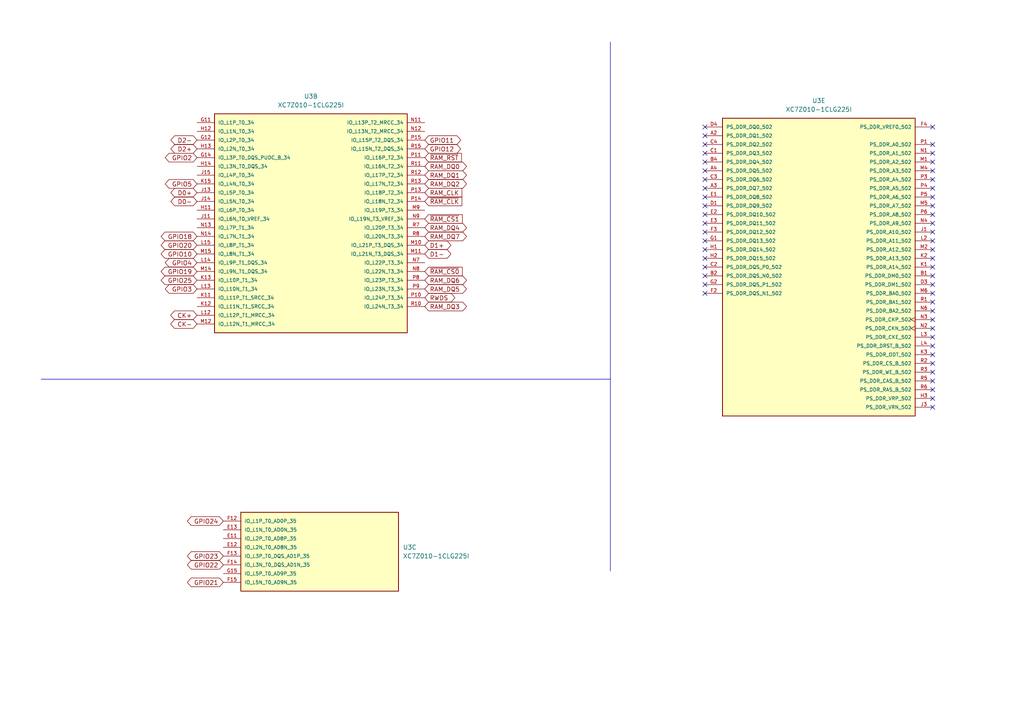
<source format=kicad_sch>
(kicad_sch (version 20231120) (generator "eeschema") (generator_version "8.0")
  (paper "A4")
  (lib_symbols
    (symbol "Personal:XC7Z010-1CLG225I" (pin_names (offset 1.016))
      (property "Reference" "U" (at -25.5456 24.8201 0))
      (property "Value" "XC7Z010-1CLG225I" (at -25.5473 -24.1252 0))
      (symbol "XC7Z010-1CLG225I_1_0"
        (rectangle (start -25.4 -20.32) (end 25.4 22.86) (stroke (width 0.254)) (fill (type background)))
        (pin bidirectional line (at 30.48 7.62 180) (length 5.08) (name "INIT_B_0") (number "D5"))
        (pin power_in line (at 30.48 20.32 180) (length 5.08) (name "VCCBATT_0") (number "E6"))
        (pin passive line (at 30.48 -10.16 180) (length 5.08) (name "RSVDGND") (number "E8"))
        (pin input line (at -30.48 -5.08 0) (length 5.08) (name "CFGBVS_0") (number "F6"))
        (pin power_in line (at 30.48 17.78 180) (length 5.08) (name "VCCADC_0") (number "F7"))
        (pin power_in line (at 30.48 -17.78 180) (length 5.08) (name "GNDADC_0") (number "F8"))
        (pin passive line (at 30.48 -2.54 180) (length 5.08) (name "RSVSVCC1") (number "G4"))
        (pin input line (at -30.48 -7.62 0) (length 5.08) (name "VP_0") (number "G7"))
        (pin power_in line (at 30.48 -15.24 180) (length 5.08) (name "VREFN_0") (number "G8"))
        (pin input clock (at -30.48 10.16 0) (length 5.08) (name "TCK_0") (number "G9"))
        (pin passive line (at 30.48 -7.62 180) (length 5.08) (name "RSVSVCC3") (number "H4"))
        (pin power_in line (at 30.48 15.24 180) (length 5.08) (name "VREFP_0") (number "H7"))
        (pin input line (at -30.48 -10.16 0) (length 5.08) (name "VN_0") (number "H8"))
        (pin passive line (at 30.48 -5.08 180) (length 5.08) (name "RSVSVCC2") (number "J4"))
        (pin output line (at 30.48 2.54 180) (length 5.08) (name "DXP_0") (number "J7"))
        (pin input line (at -30.48 -2.54 0) (length 5.08) (name "PROGRAM_B_0") (number "K6"))
        (pin input line (at -30.48 5.08 0) (length 5.08) (name "TDI_0") (number "L7"))
        (pin output line (at -30.48 2.54 0) (length 5.08) (name "TDO_0") (number "L8"))
        (pin input line (at -30.48 7.62 0) (length 5.08) (name "TMS_0") (number "L9"))
        (pin bidirectional line (at 30.48 10.16 180) (length 5.08) (name "DONE_0") (number "M7"))
      )
      (symbol "XC7Z010-1CLG225I_2_0"
        (rectangle (start -27.94 -30.48) (end 27.94 33.02) (stroke (width 0.254)) (fill (type background)))
        (pin bidirectional line (at -33.02 30.48 0) (length 5.08) (name "IO_L1P_T0_34") (number "G11"))
        (pin bidirectional line (at -33.02 25.4 0) (length 5.08) (name "IO_L2P_T0_34") (number "G12"))
        (pin bidirectional line (at -33.02 20.32 0) (length 5.08) (name "IO_L3P_T0_DQS_PUDC_B_34") (number "G14"))
        (pin bidirectional line (at -33.02 5.08 0) (length 5.08) (name "IO_L6P_T0_34") (number "H11"))
        (pin bidirectional line (at -33.02 27.94 0) (length 5.08) (name "IO_L1N_T0_34") (number "H12"))
        (pin bidirectional line (at -33.02 22.86 0) (length 5.08) (name "IO_L2N_T0_34") (number "H13"))
        (pin bidirectional line (at -33.02 17.78 0) (length 5.08) (name "IO_L3N_T0_DQS_34") (number "H14"))
        (pin bidirectional line (at -33.02 2.54 0) (length 5.08) (name "IO_L6N_T0_VREF_34") (number "J11"))
        (pin bidirectional line (at -33.02 10.16 0) (length 5.08) (name "IO_L5P_T0_34") (number "J13"))
        (pin bidirectional line (at -33.02 7.62 0) (length 5.08) (name "IO_L5N_T0_34") (number "J14"))
        (pin bidirectional line (at -33.02 15.24 0) (length 5.08) (name "IO_L4P_T0_34") (number "J15"))
        (pin bidirectional line (at -33.02 -20.32 0) (length 5.08) (name "IO_L11P_T1_SRCC_34") (number "K11"))
        (pin bidirectional line (at -33.02 -22.86 0) (length 5.08) (name "IO_L11N_T1_SRCC_34") (number "K12"))
        (pin bidirectional line (at -33.02 -15.24 0) (length 5.08) (name "IO_L10P_T1_34") (number "K13"))
        (pin bidirectional line (at -33.02 12.7 0) (length 5.08) (name "IO_L4N_T0_34") (number "K15"))
        (pin bidirectional line (at -33.02 -25.4 0) (length 5.08) (name "IO_L12P_T1_MRCC_34") (number "L12"))
        (pin bidirectional line (at -33.02 -17.78 0) (length 5.08) (name "IO_L10N_T1_34") (number "L13"))
        (pin bidirectional line (at -33.02 -10.16 0) (length 5.08) (name "IO_L9P_T1_DQS_34") (number "L14"))
        (pin bidirectional line (at -33.02 -5.08 0) (length 5.08) (name "IO_L8P_T1_34") (number "L15"))
        (pin bidirectional line (at 33.02 -5.08 180) (length 5.08) (name "IO_L21P_T3_DQS_34") (number "M10"))
        (pin bidirectional line (at 33.02 -7.62 180) (length 5.08) (name "IO_L21N_T3_DQS_34") (number "M11"))
        (pin bidirectional line (at -33.02 -27.94 0) (length 5.08) (name "IO_L12N_T1_MRCC_34") (number "M12"))
        (pin bidirectional line (at -33.02 -12.7 0) (length 5.08) (name "IO_L9N_T1_DQS_34") (number "M14"))
        (pin bidirectional line (at -33.02 -7.62 0) (length 5.08) (name "IO_L8N_T1_34") (number "M15"))
        (pin bidirectional line (at 33.02 5.08 180) (length 5.08) (name "IO_L19P_T3_34") (number "M9"))
        (pin bidirectional line (at 33.02 30.48 180) (length 5.08) (name "IO_L13P_T2_MRCC_34") (number "N11"))
        (pin bidirectional line (at 33.02 27.94 180) (length 5.08) (name "IO_L13N_T2_MRCC_34") (number "N12"))
        (pin bidirectional line (at -33.02 0 0) (length 5.08) (name "IO_L7P_T1_34") (number "N13"))
        (pin bidirectional line (at -33.02 -2.54 0) (length 5.08) (name "IO_L7N_T1_34") (number "N14"))
        (pin bidirectional line (at 33.02 -10.16 180) (length 5.08) (name "IO_L22P_T3_34") (number "N7"))
        (pin bidirectional line (at 33.02 -12.7 180) (length 5.08) (name "IO_L22N_T3_34") (number "N8"))
        (pin bidirectional line (at 33.02 2.54 180) (length 5.08) (name "IO_L19N_T3_VREF_34") (number "N9"))
        (pin bidirectional line (at 33.02 -20.32 180) (length 5.08) (name "IO_L24P_T3_34") (number "P10"))
        (pin bidirectional line (at 33.02 20.32 180) (length 5.08) (name "IO_L16P_T2_34") (number "P11"))
        (pin bidirectional line (at 33.02 10.16 180) (length 5.08) (name "IO_L18P_T2_34") (number "P13"))
        (pin bidirectional line (at 33.02 7.62 180) (length 5.08) (name "IO_L18N_T2_34") (number "P14"))
        (pin bidirectional line (at 33.02 25.4 180) (length 5.08) (name "IO_L15P_T2_DQS_34") (number "P15"))
        (pin bidirectional line (at 33.02 -15.24 180) (length 5.08) (name "IO_L23P_T3_34") (number "P8"))
        (pin bidirectional line (at 33.02 -17.78 180) (length 5.08) (name "IO_L23N_T3_34") (number "P9"))
        (pin bidirectional line (at 33.02 -22.86 180) (length 5.08) (name "IO_L24N_T3_34") (number "R10"))
        (pin bidirectional line (at 33.02 17.78 180) (length 5.08) (name "IO_L16N_T2_34") (number "R11"))
        (pin bidirectional line (at 33.02 15.24 180) (length 5.08) (name "IO_L17P_T2_34") (number "R12"))
        (pin bidirectional line (at 33.02 12.7 180) (length 5.08) (name "IO_L17N_T2_34") (number "R13"))
        (pin bidirectional line (at 33.02 22.86 180) (length 5.08) (name "IO_L15N_T2_DQS_34") (number "R15"))
        (pin bidirectional line (at 33.02 0 180) (length 5.08) (name "IO_L20P_T3_34") (number "R7"))
        (pin bidirectional line (at 33.02 -2.54 180) (length 5.08) (name "IO_L20N_T3_34") (number "R8"))
      )
      (symbol "XC7Z010-1CLG225I_3_0"
        (rectangle (start -22.86 -10.16) (end 22.86 12.7) (stroke (width 0.254)) (fill (type background)))
        (pin bidirectional line (at -27.94 5.08 0) (length 5.08) (name "IO_L2P_T0_AD8P_35") (number "E11"))
        (pin bidirectional line (at -27.94 2.54 0) (length 5.08) (name "IO_L2N_T0_AD8N_35") (number "E12"))
        (pin bidirectional line (at -27.94 7.62 0) (length 5.08) (name "IO_L1N_T0_AD0N_35") (number "E13"))
        (pin bidirectional line (at -27.94 10.16 0) (length 5.08) (name "IO_L1P_T0_AD0P_35") (number "F12"))
        (pin bidirectional line (at -27.94 0 0) (length 5.08) (name "IO_L3P_T0_DQS_AD1P_35") (number "F13"))
        (pin bidirectional line (at -27.94 -2.54 0) (length 5.08) (name "IO_L3N_T0_DQS_AD1N_35") (number "F14"))
        (pin bidirectional line (at -27.94 -7.62 0) (length 5.08) (name "IO_L5N_T0_AD9N_35") (number "F15"))
        (pin bidirectional line (at -27.94 -5.08 0) (length 5.08) (name "IO_L5P_T0_AD9P_35") (number "G15"))
      )
      (symbol "XC7Z010-1CLG225I_4_0"
        (rectangle (start -22.86 -25.4) (end 22.86 25.4) (stroke (width 0.254)) (fill (type background)))
        (pin bidirectional line (at -27.94 0 0) (length 5.08) (name "PS_MIO6_500") (number "A10"))
        (pin bidirectional line (at 27.94 -20.32 180) (length 5.08) (name "PS_MIO52_501") (number "A12"))
        (pin bidirectional line (at 27.94 -10.16 180) (length 5.08) (name "PS_MIO38_501") (number "A13"))
        (pin bidirectional line (at 27.94 -2.54 180) (length 5.08) (name "PS_MIO35_501") (number "A14"))
        (pin bidirectional line (at 27.94 15.24 180) (length 5.08) (name "PS_MIO28_501") (number "A15"))
        (pin bidirectional line (at -27.94 12.7 0) (length 5.08) (name "PS_MIO1_500") (number "A5"))
        (pin bidirectional line (at -27.94 7.62 0) (length 5.08) (name "PS_MIO3_500") (number "A7"))
        (pin bidirectional line (at -27.94 10.16 0) (length 5.08) (name "PS_MIO2_500") (number "A8"))
        (pin bidirectional line (at -27.94 2.54 0) (length 5.08) (name "PS_MIO5_500") (number "A9"))
        (pin bidirectional line (at -27.94 -12.7 0) (length 5.08) (name "PS_MIO11_500") (number "B10"))
        (pin input line (at 27.94 20.32 180) (length 5.08) (name "PS_SRST_B_501") (number "B11"))
        (pin bidirectional line (at 27.94 -15.24 180) (length 5.08) (name "PS_MIO48_501") (number "B12"))
        (pin bidirectional line (at 27.94 -5.08 180) (length 5.08) (name "PS_MIO36_501") (number "B14"))
        (pin bidirectional line (at 27.94 10.16 180) (length 5.08) (name "PS_MIO30_501") (number "B15"))
        (pin bidirectional line (at -27.94 -7.62 0) (length 5.08) (name "PS_MIO9_500") (number "B5"))
        (pin bidirectional line (at -27.94 -5.08 0) (length 5.08) (name "PS_MIO8_500") (number "B6"))
        (pin bidirectional line (at -27.94 -15.24 0) (length 5.08) (name "PS_MIO12_500") (number "B7"))
        (pin bidirectional line (at -27.94 -20.32 0) (length 5.08) (name "PS_MIO14_500") (number "B9"))
        (pin bidirectional line (at 27.94 2.54 180) (length 5.08) (name "PS_MIO33_501") (number "C11"))
        (pin bidirectional line (at 27.94 7.62 180) (length 5.08) (name "PS_MIO31_501") (number "C12"))
        (pin bidirectional line (at 27.94 -22.86 180) (length 5.08) (name "PS_MIO53_501") (number "C13"))
        (pin bidirectional line (at 27.94 -7.62 180) (length 5.08) (name "PS_MIO37_501") (number "C14"))
        (pin bidirectional line (at -27.94 -17.78 0) (length 5.08) (name "PS_MIO13_500") (number "C6"))
        (pin input clock (at -27.94 22.86 0) (length 5.08) (name "PS_CLK_500") (number "C7"))
        (pin bidirectional line (at -27.94 5.08 0) (length 5.08) (name "PS_MIO4_500") (number "C8"))
        (pin input line (at -27.94 20.32 0) (length 5.08) (name "PS_POR_B_500") (number "C9"))
        (pin bidirectional line (at -27.94 -22.86 0) (length 5.08) (name "PS_MIO15_500") (number "D10"))
        (pin bidirectional line (at 27.94 12.7 180) (length 5.08) (name "PS_MIO29_501") (number "D11"))
        (pin bidirectional line (at 27.94 -17.78 180) (length 5.08) (name "PS_MIO49_501") (number "D13"))
        (pin bidirectional line (at 27.94 -12.7 180) (length 5.08) (name "PS_MIO39_501") (number "D14"))
        (pin bidirectional line (at 27.94 0 180) (length 5.08) (name "PS_MIO34_501") (number "D15"))
        (pin bidirectional line (at -27.94 -10.16 0) (length 5.08) (name "PS_MIO10_500") (number "D6"))
        (pin bidirectional line (at -27.94 15.24 0) (length 5.08) (name "PS_MIO0_500") (number "D8"))
        (pin bidirectional line (at -27.94 -2.54 0) (length 5.08) (name "PS_MIO7_500") (number "D9"))
        (pin bidirectional line (at 27.94 5.08 180) (length 5.08) (name "PS_MIO32_501") (number "E15"))
      )
      (symbol "XC7Z010-1CLG225I_5_0"
        (rectangle (start -27.94 -43.18) (end 27.94 43.18) (stroke (width 0.254)) (fill (type background)))
        (pin bidirectional line (at -33.02 38.1 0) (length 5.08) (name "PS_DDR_DQ1_502") (number "A2"))
        (pin bidirectional line (at -33.02 22.86 0) (length 5.08) (name "PS_DDR_DQ7_502") (number "A3"))
        (pin bidirectional line (at -33.02 27.94 0) (length 5.08) (name "PS_DDR_DQ5_502") (number "A4"))
        (pin output line (at 33.02 -2.54 180) (length 5.08) (name "PS_DDR_DM0_502") (number "B1"))
        (pin bidirectional line (at -33.02 -2.54 0) (length 5.08) (name "PS_DDR_DQS_N0_502") (number "B2"))
        (pin bidirectional line (at -33.02 30.48 0) (length 5.08) (name "PS_DDR_DQ4_502") (number "B4"))
        (pin bidirectional line (at -33.02 33.02 0) (length 5.08) (name "PS_DDR_DQ3_502") (number "C1"))
        (pin bidirectional line (at -33.02 0 0) (length 5.08) (name "PS_DDR_DQS_P0_502") (number "C2"))
        (pin bidirectional line (at -33.02 25.4 0) (length 5.08) (name "PS_DDR_DQ6_502") (number "C3"))
        (pin bidirectional line (at -33.02 35.56 0) (length 5.08) (name "PS_DDR_DQ2_502") (number "C4"))
        (pin bidirectional line (at -33.02 17.78 0) (length 5.08) (name "PS_DDR_DQ9_502") (number "D1"))
        (pin output line (at 33.02 -5.08 180) (length 5.08) (name "PS_DDR_DM1_502") (number "D3"))
        (pin bidirectional line (at -33.02 40.64 0) (length 5.08) (name "PS_DDR_DQ0_502") (number "D4"))
        (pin bidirectional line (at -33.02 20.32 0) (length 5.08) (name "PS_DDR_DQ8_502") (number "E1"))
        (pin bidirectional line (at -33.02 15.24 0) (length 5.08) (name "PS_DDR_DQ10_502") (number "E2"))
        (pin bidirectional line (at -33.02 12.7 0) (length 5.08) (name "PS_DDR_DQ11_502") (number "E3"))
        (pin bidirectional line (at -33.02 -7.62 0) (length 5.08) (name "PS_DDR_DQS_N1_502") (number "F2"))
        (pin bidirectional line (at -33.02 10.16 0) (length 5.08) (name "PS_DDR_DQ12_502") (number "F3"))
        (pin power_in line (at 33.02 40.64 180) (length 5.08) (name "PS_DDR_VREF0_502") (number "F4"))
        (pin bidirectional line (at -33.02 7.62 0) (length 5.08) (name "PS_DDR_DQ13_502") (number "G1"))
        (pin bidirectional line (at -33.02 -5.08 0) (length 5.08) (name "PS_DDR_DQS_P1_502") (number "G2"))
        (pin bidirectional line (at -33.02 5.08 0) (length 5.08) (name "PS_DDR_DQ14_502") (number "H1"))
        (pin bidirectional line (at -33.02 2.54 0) (length 5.08) (name "PS_DDR_DQ15_502") (number "H2"))
        (pin output line (at 33.02 -38.1 180) (length 5.08) (name "PS_DDR_VRP_502") (number "H3"))
        (pin output line (at 33.02 10.16 180) (length 5.08) (name "PS_DDR_A10_502") (number "J1"))
        (pin output line (at 33.02 -40.64 180) (length 5.08) (name "PS_DDR_VRN_502") (number "J3"))
        (pin output line (at 33.02 0 180) (length 5.08) (name "PS_DDR_A14_502") (number "K1"))
        (pin output line (at 33.02 2.54 180) (length 5.08) (name "PS_DDR_A13_502") (number "K2"))
        (pin output line (at 33.02 -25.4 180) (length 5.08) (name "PS_DDR_ODT_502") (number "K3"))
        (pin output line (at 33.02 7.62 180) (length 5.08) (name "PS_DDR_A11_502") (number "L2"))
        (pin output line (at 33.02 -20.32 180) (length 5.08) (name "PS_DDR_CKE_502") (number "L3"))
        (pin output line (at 33.02 -22.86 180) (length 5.08) (name "PS_DDR_DRST_B_502") (number "L4"))
        (pin output line (at 33.02 30.48 180) (length 5.08) (name "PS_DDR_A2_502") (number "M1"))
        (pin output line (at 33.02 5.08 180) (length 5.08) (name "PS_DDR_A12_502") (number "M2"))
        (pin output line (at 33.02 27.94 180) (length 5.08) (name "PS_DDR_A3_502") (number "M4"))
        (pin output line (at 33.02 17.78 180) (length 5.08) (name "PS_DDR_A7_502") (number "M5"))
        (pin output line (at 33.02 -7.62 180) (length 5.08) (name "PS_DDR_BA0_502") (number "M6"))
        (pin output line (at 33.02 33.02 180) (length 5.08) (name "PS_DDR_A1_502") (number "N1"))
        (pin output clock (at 33.02 -17.78 180) (length 5.08) (name "PS_DDR_CKN_502") (number "N2"))
        (pin output clock (at 33.02 -15.24 180) (length 5.08) (name "PS_DDR_CKP_502") (number "N3"))
        (pin output line (at 33.02 12.7 180) (length 5.08) (name "PS_DDR_A9_502") (number "N4"))
        (pin output line (at 33.02 -12.7 180) (length 5.08) (name "PS_DDR_BA2_502") (number "N6"))
        (pin output line (at 33.02 35.56 180) (length 5.08) (name "PS_DDR_A0_502") (number "P1"))
        (pin output line (at 33.02 25.4 180) (length 5.08) (name "PS_DDR_A4_502") (number "P3"))
        (pin output line (at 33.02 22.86 180) (length 5.08) (name "PS_DDR_A5_502") (number "P4"))
        (pin output line (at 33.02 20.32 180) (length 5.08) (name "PS_DDR_A6_502") (number "P5"))
        (pin output line (at 33.02 15.24 180) (length 5.08) (name "PS_DDR_A8_502") (number "P6"))
        (pin output line (at 33.02 -10.16 180) (length 5.08) (name "PS_DDR_BA1_502") (number "R1"))
        (pin output line (at 33.02 -27.94 180) (length 5.08) (name "PS_DDR_CS_B_502") (number "R2"))
        (pin output line (at 33.02 -30.48 180) (length 5.08) (name "PS_DDR_WE_B_502") (number "R3"))
        (pin output line (at 33.02 -33.02 180) (length 5.08) (name "PS_DDR_CAS_B_502") (number "R5"))
        (pin output line (at 33.02 -35.56 180) (length 5.08) (name "PS_DDR_RAS_B_502") (number "R6"))
      )
      (symbol "XC7Z010-1CLG225I_6_0"
        (rectangle (start -17.78 -17.78) (end 17.78 17.78) (stroke (width 0.254)) (fill (type background)))
        (pin power_in line (at 22.86 -15.24 180) (length 5.08) (name "GND") (number "A1"))
        (pin power_in line (at 22.86 -15.24 180) (length 5.08) (name "GND") (number "A11"))
        (pin power_in line (at 22.86 -5.08 180) (length 5.08) (name "VCCO_MIO0_500") (number "A6"))
        (pin power_in line (at 22.86 -7.62 180) (length 5.08) (name "VCCO_MIO1_501") (number "B13"))
        (pin power_in line (at 22.86 -10.16 180) (length 5.08) (name "VCCO_DDR_502") (number "B3"))
        (pin power_in line (at 22.86 -15.24 180) (length 5.08) (name "GND") (number "B8"))
        (pin power_in line (at 22.86 -7.62 180) (length 5.08) (name "VCCO_MIO1_501") (number "C10"))
        (pin power_in line (at 22.86 -15.24 180) (length 5.08) (name "GND") (number "C15"))
        (pin power_in line (at 22.86 -15.24 180) (length 5.08) (name "GND") (number "C5"))
        (pin power_in line (at 22.86 -15.24 180) (length 5.08) (name "GND") (number "D12"))
        (pin power_in line (at 22.86 -15.24 180) (length 5.08) (name "GND") (number "D2"))
        (pin power_in line (at 22.86 -5.08 180) (length 5.08) (name "VCCO_MIO0_500") (number "D7"))
        (pin power_in line (at 22.86 15.24 180) (length 5.08) (name "VCCINT") (number "E10"))
        (pin power_in line (at 22.86 -7.62 180) (length 5.08) (name "VCCO_MIO1_501") (number "E14"))
        (pin power_in line (at 22.86 -10.16 180) (length 5.08) (name "VCCO_DDR_502") (number "E4"))
        (pin power_in line (at 22.86 -15.24 180) (length 5.08) (name "GND") (number "E5"))
        (pin power_in line (at 22.86 -15.24 180) (length 5.08) (name "GND") (number "E7"))
        (pin power_in line (at 22.86 -15.24 180) (length 5.08) (name "GND") (number "E9"))
        (pin power_in line (at 22.86 -10.16 180) (length 5.08) (name "VCCO_DDR_502") (number "F1"))
        (pin power_in line (at 22.86 -15.24 180) (length 5.08) (name "GND") (number "F10"))
        (pin power_in line (at 22.86 -2.54 180) (length 5.08) (name "VCCO_35") (number "F11"))
        (pin power_in line (at 22.86 5.08 180) (length 5.08) (name "VCCPLL") (number "F5"))
        (pin power_in line (at 22.86 15.24 180) (length 5.08) (name "VCCINT") (number "F9"))
        (pin power_in line (at 22.86 15.24 180) (length 5.08) (name "VCCINT") (number "G10"))
        (pin power_in line (at 22.86 -15.24 180) (length 5.08) (name "GND") (number "G13"))
        (pin power_in line (at 22.86 -15.24 180) (length 5.08) (name "GND") (number "G3"))
        (pin power_in line (at 22.86 -15.24 180) (length 5.08) (name "GND") (number "G5"))
        (pin power_in line (at 22.86 12.7 180) (length 5.08) (name "VCCPINT") (number "G6"))
        (pin power_in line (at 22.86 -15.24 180) (length 5.08) (name "GND") (number "H10"))
        (pin power_in line (at 22.86 -2.54 180) (length 5.08) (name "VCCO_35") (number "H15"))
        (pin power_in line (at 22.86 12.7 180) (length 5.08) (name "VCCPINT") (number "H5"))
        (pin power_in line (at 22.86 -15.24 180) (length 5.08) (name "GND") (number "H6"))
        (pin power_in line (at 22.86 10.16 180) (length 5.08) (name "VCCAUX") (number "H9"))
        (pin power_in line (at 22.86 15.24 180) (length 5.08) (name "VCCINT") (number "J10"))
        (pin power_in line (at 22.86 0 180) (length 5.08) (name "VCCO_34") (number "J12"))
        (pin power_in line (at 22.86 -10.16 180) (length 5.08) (name "VCCO_DDR_502") (number "J2"))
        (pin power_in line (at 22.86 -15.24 180) (length 5.08) (name "GND") (number "J5"))
        (pin power_in line (at 22.86 7.62 180) (length 5.08) (name "VCCPAUX") (number "J6"))
        (pin power_in line (at 22.86 10.16 180) (length 5.08) (name "VCCAUX") (number "J8"))
        (pin power_in line (at 22.86 -15.24 180) (length 5.08) (name "GND") (number "J9"))
        (pin power_in line (at 22.86 -15.24 180) (length 5.08) (name "GND") (number "K10"))
        (pin power_in line (at 22.86 -15.24 180) (length 5.08) (name "GND") (number "K14"))
        (pin power_in line (at 22.86 -15.24 180) (length 5.08) (name "GND") (number "K4"))
        (pin power_in line (at 22.86 12.7 180) (length 5.08) (name "VCCPINT") (number "K5"))
        (pin power_in line (at 22.86 -15.24 180) (length 5.08) (name "GND") (number "K7"))
        (pin power_in line (at 22.86 2.54 180) (length 5.08) (name "VCCO_0") (number "K8"))
        (pin power_in line (at 22.86 10.16 180) (length 5.08) (name "VCCAUX") (number "K9"))
        (pin power_in line (at 22.86 -15.24 180) (length 5.08) (name "GND") (number "L1"))
        (pin power_in line (at 22.86 15.24 180) (length 5.08) (name "VCCINT") (number "L10"))
        (pin power_in line (at 22.86 -15.24 180) (length 5.08) (name "GND") (number "L11"))
        (pin power_in line (at 22.86 -15.24 180) (length 5.08) (name "GND") (number "L5"))
        (pin power_in line (at 22.86 7.62 180) (length 5.08) (name "VCCPAUX") (number "L6"))
        (pin power_in line (at 22.86 0 180) (length 5.08) (name "VCCO_34") (number "M13"))
        (pin power_in line (at 22.86 -10.16 180) (length 5.08) (name "VCCO_DDR_502") (number "M3"))
        (pin power_in line (at 22.86 -15.24 180) (length 5.08) (name "GND") (number "M8"))
        (pin power_in line (at 22.86 0 180) (length 5.08) (name "VCCO_34") (number "N10"))
        (pin power_in line (at 22.86 -15.24 180) (length 5.08) (name "GND") (number "N15"))
        (pin power_in line (at 22.86 -15.24 180) (length 5.08) (name "GND") (number "N5"))
        (pin power_in line (at 22.86 -15.24 180) (length 5.08) (name "GND") (number "P12"))
        (pin power_in line (at 22.86 -15.24 180) (length 5.08) (name "GND") (number "P2"))
        (pin power_in line (at 22.86 0 180) (length 5.08) (name "VCCO_34") (number "P7"))
        (pin power_in line (at 22.86 0 180) (length 5.08) (name "VCCO_34") (number "R14"))
        (pin power_in line (at 22.86 -10.16 180) (length 5.08) (name "VCCO_DDR_502") (number "R4"))
        (pin power_in line (at 22.86 -15.24 180) (length 5.08) (name "GND") (number "R9"))
      )
    )
  )
  (no_connect (at 204.47 49.53))
  (no_connect (at 204.47 74.93))
  (no_connect (at 270.51 102.87))
  (no_connect (at 270.51 69.85))
  (no_connect (at 204.47 64.77))
  (no_connect (at 270.51 82.55))
  (no_connect (at 270.51 67.31))
  (no_connect (at 204.47 85.09))
  (no_connect (at 270.51 110.49))
  (no_connect (at 270.51 80.01))
  (no_connect (at 204.47 36.83))
  (no_connect (at 270.51 100.33))
  (no_connect (at 204.47 62.23))
  (no_connect (at 270.51 115.57))
  (no_connect (at 270.51 64.77))
  (no_connect (at 270.51 52.07))
  (no_connect (at 270.51 97.79))
  (no_connect (at 204.47 77.47))
  (no_connect (at 204.47 52.07))
  (no_connect (at 270.51 72.39))
  (no_connect (at 270.51 49.53))
  (no_connect (at 270.51 85.09))
  (no_connect (at 270.51 44.45))
  (no_connect (at 204.47 72.39))
  (no_connect (at 270.51 105.41))
  (no_connect (at 270.51 46.99))
  (no_connect (at 270.51 57.15))
  (no_connect (at 204.47 57.15))
  (no_connect (at 204.47 82.55))
  (no_connect (at 270.51 113.03))
  (no_connect (at 270.51 77.47))
  (no_connect (at 270.51 36.83))
  (no_connect (at 270.51 59.69))
  (no_connect (at 270.51 95.25))
  (no_connect (at 270.51 90.17))
  (no_connect (at 270.51 54.61))
  (no_connect (at 204.47 80.01))
  (no_connect (at 270.51 118.11))
  (no_connect (at 270.51 92.71))
  (no_connect (at 270.51 74.93))
  (no_connect (at 204.47 59.69))
  (no_connect (at 270.51 41.91))
  (no_connect (at 270.51 107.95))
  (no_connect (at 204.47 41.91))
  (no_connect (at 204.47 67.31))
  (no_connect (at 270.51 87.63))
  (no_connect (at 204.47 44.45))
  (no_connect (at 204.47 54.61))
  (no_connect (at 204.47 69.85))
  (no_connect (at 204.47 46.99))
  (no_connect (at 270.51 62.23))
  (no_connect (at 204.47 39.37))
  (polyline (pts (xy 177.038 109.982) (xy 177.038 165.608)))
  (polyline (pts (xy 11.938 109.982) (xy 177.038 109.982)))
  (polyline (pts (xy 177.038 12.192) (xy 177.038 109.982)))
  (global_label "GPIO2" (shape bidirectional) (at 57.15 45.72 180) (property "Intersheetrefs" "${INTERSHEET_REFS}" (effects (hide yes))))
  (global_label "GPIO4" (shape bidirectional) (at 57.15 76.2 180) (property "Intersheetrefs" "${INTERSHEET_REFS}" (effects (hide yes))))
  (global_label "RAM_DQ7" (shape bidirectional) (at 123.19 68.58 0) (property "Intersheetrefs" "${INTERSHEET_REFS}" (effects (hide yes))))
  (global_label "~{RAM_CS1}" (shape input) (at 123.19 63.5 0) (property "Intersheetrefs" "${INTERSHEET_REFS}" (effects (hide yes))))
  (global_label "CK-" (shape bidirectional) (at 57.15 93.98 180) (property "Intersheetrefs" "${INTERSHEET_REFS}" (effects (hide yes))))
  (global_label "D1-" (shape bidirectional) (at 123.19 73.66 0) (property "Intersheetrefs" "${INTERSHEET_REFS}" (effects (hide yes))))
  (global_label "RAM_DQ1" (shape bidirectional) (at 123.19 50.8 0) (property "Intersheetrefs" "${INTERSHEET_REFS}" (effects (hide yes))))
  (global_label "RAM_DQ0" (shape bidirectional) (at 123.19 48.26 0) (property "Intersheetrefs" "${INTERSHEET_REFS}" (effects (hide yes))))
  (global_label "CK+" (shape bidirectional) (at 57.15 91.44 180) (property "Intersheetrefs" "${INTERSHEET_REFS}" (effects (hide yes))))
  (global_label "D1+" (shape bidirectional) (at 123.19 71.12 0) (property "Intersheetrefs" "${INTERSHEET_REFS}" (effects (hide yes))))
  (global_label "RAM_DQ3" (shape bidirectional) (at 123.19 88.9 0) (property "Intersheetrefs" "${INTERSHEET_REFS}" (effects (hide yes))))
  (global_label "RAM_DQ5" (shape bidirectional) (at 123.19 83.82 0) (property "Intersheetrefs" "${INTERSHEET_REFS}" (effects (hide yes))))
  (global_label "RAM_DQ6" (shape bidirectional) (at 123.19 81.28 0) (property "Intersheetrefs" "${INTERSHEET_REFS}" (effects (hide yes))))
  (global_label "GPIO11" (shape bidirectional) (at 123.19 40.64 0) (property "Intersheetrefs" "${INTERSHEET_REFS}" (effects (hide yes))))
  (global_label "GPIO18" (shape bidirectional) (at 57.15 68.58 180) (property "Intersheetrefs" "${INTERSHEET_REFS}" (effects (hide yes))))
  (global_label "RAM_DQ2" (shape bidirectional) (at 123.19 53.34 0) (property "Intersheetrefs" "${INTERSHEET_REFS}" (effects (hide yes))))
  (global_label "~{RAM_RST}" (shape input) (at 123.19 45.72 0) (property "Intersheetrefs" "${INTERSHEET_REFS}" (effects (hide yes))))
  (global_label "RAM_CLK" (shape input) (at 123.19 55.88 0) (property "Intersheetrefs" "${INTERSHEET_REFS}" (effects (hide yes))))
  (global_label "GPIO10" (shape bidirectional) (at 57.15 73.66 180) (property "Intersheetrefs" "${INTERSHEET_REFS}" (effects (hide yes))))
  (global_label "GPIO3" (shape bidirectional) (at 57.15 83.82 180) (property "Intersheetrefs" "${INTERSHEET_REFS}" (effects (hide yes))))
  (global_label "D0+" (shape bidirectional) (at 57.15 55.88 180) (property "Intersheetrefs" "${INTERSHEET_REFS}" (effects (hide yes))))
  (global_label "GPIO25" (shape bidirectional) (at 57.15 81.28 180) (property "Intersheetrefs" "${INTERSHEET_REFS}" (effects (hide yes))))
  (global_label "GPIO21" (shape bidirectional) (at 64.77 168.91 180) (property "Intersheetrefs" "${INTERSHEET_REFS}" (effects (hide yes))))
  (global_label "D2-" (shape bidirectional) (at 57.15 40.64 180) (property "Intersheetrefs" "${INTERSHEET_REFS}" (effects (hide yes))))
  (global_label "GPIO12" (shape bidirectional) (at 123.19 43.18 0) (property "Intersheetrefs" "${INTERSHEET_REFS}" (effects (hide yes))))
  (global_label "GPIO22" (shape bidirectional) (at 64.77 163.83 180) (property "Intersheetrefs" "${INTERSHEET_REFS}" (effects (hide yes))))
  (global_label "~{RAM_CLK}" (shape input) (at 123.19 58.42 0) (property "Intersheetrefs" "${INTERSHEET_REFS}" (effects (hide yes))))
  (global_label "GPIO19" (shape bidirectional) (at 57.15 78.74 180) (property "Intersheetrefs" "${INTERSHEET_REFS}" (effects (hide yes))))
  (global_label "GPIO20" (shape bidirectional) (at 57.15 71.12 180) (property "Intersheetrefs" "${INTERSHEET_REFS}" (effects (hide yes))))
  (global_label "GPIO24" (shape bidirectional) (at 64.77 151.13 180) (property "Intersheetrefs" "${INTERSHEET_REFS}" (effects (hide yes))))
  (global_label "GPIO5" (shape bidirectional) (at 57.15 53.34 180) (property "Intersheetrefs" "${INTERSHEET_REFS}" (effects (hide yes))))
  (global_label "RWDS" (shape bidirectional) (at 123.19 86.36 0) (property "Intersheetrefs" "${INTERSHEET_REFS}" (effects (hide yes))))
  (global_label "D0-" (shape bidirectional) (at 57.15 58.42 180) (property "Intersheetrefs" "${INTERSHEET_REFS}" (effects (hide yes))))
  (global_label "~{RAM_CS0}" (shape input) (at 123.19 78.74 0) (property "Intersheetrefs" "${INTERSHEET_REFS}" (effects (hide yes))))
  (global_label "RAM_DQ4" (shape bidirectional) (at 123.19 66.04 0) (property "Intersheetrefs" "${INTERSHEET_REFS}" (effects (hide yes))))
  (global_label "GPIO23" (shape bidirectional) (at 64.77 161.29 180) (property "Intersheetrefs" "${INTERSHEET_REFS}" (effects (hide yes))))
  (global_label "D2+" (shape bidirectional) (at 57.15 43.18 180) (property "Intersheetrefs" "${INTERSHEET_REFS}" (effects (hide yes))))
  (symbol (lib_id "Personal:XC7Z010-1CLG225I") (at 90.17 66.04 0) (unit 2)
    (property "Reference" "U3" (at 90.17 27.94 0))
    (property "Value" "XC7Z010-1CLG225I" (at 90.17 30.48 0))
    (property "Footprint" "Sync_VT extras:225-LFBGA" (effects (hide yes)))
    (property "MF" "Xilinx Inc." (effects (hide yes)))
    (property "SNAPEDA_PACKAGE_ID" "16134" (effects (hide yes)))
    (property "PACKAGE" "CSPBGA-225 Xilinx" (effects (hide yes)))
    (property "MPN" "XC7Z010-1CLG225I" (effects (hide yes)))
    (property "PRICE" "61.07 USD" (effects (hide yes)))
    (property "Package" "CSPBGA-225 Xilinx" (effects (hide yes)))
    (property "Check_prices" "https://www.snapeda.com/parts/XC7Z010-1CLG225I/Xilinx+Inc./view-part/?ref=eda" (effects (hide yes)))
    (property "STANDARD" "IPC-7351B" (effects (hide yes)))
    (property "PARREV" "1.8" (effects (hide yes)))
    (property "SnapEDA_Link" "https://www.snapeda.com/parts/XC7Z010-1CLG225I/Xilinx+Inc./view-part/?ref=snap" (effects (hide yes)))
    (property "MP" "XC7Z010-1CLG225I" (effects (hide yes)))
    (property "Price" "None" (effects (hide yes)))
    (property "Description_1" "\n                        \n                            Dual ARM® Cortex®-A9 MPCore™ with CoreSight™ System On Chip (SOC) IC Zynq®-7000 Artix™-7 FPGA, 28K Logic Cells   667MHz 225-CSPBGA (13x13)\n                        \n" (effects (hide yes)))
    (property "Availability" "In Stock" (effects (hide yes)))
    (property "AVAILABILITY" "Bad" (effects (hide yes)))
    (property "MANUFACTURER" "Xilinx" (effects (hide yes)))
  )
  (symbol (lib_id "Personal:XC7Z010-1CLG225I") (at 92.71 161.29 0) (unit 3)
    (property "Reference" "U3" (at 116.84 158.7499 0) (effects (justify left)))
    (property "Value" "XC7Z010-1CLG225I" (at 116.84 161.2899 0) (effects (justify left)))
    (property "Footprint" "Sync_VT extras:225-LFBGA" (effects (hide yes)))
    (property "MF" "Xilinx Inc." (effects (hide yes)))
    (property "SNAPEDA_PACKAGE_ID" "16134" (effects (hide yes)))
    (property "PACKAGE" "CSPBGA-225 Xilinx" (effects (hide yes)))
    (property "MPN" "XC7Z010-1CLG225I" (effects (hide yes)))
    (property "PRICE" "61.07 USD" (effects (hide yes)))
    (property "Package" "CSPBGA-225 Xilinx" (effects (hide yes)))
    (property "Check_prices" "https://www.snapeda.com/parts/XC7Z010-1CLG225I/Xilinx+Inc./view-part/?ref=eda" (effects (hide yes)))
    (property "STANDARD" "IPC-7351B" (effects (hide yes)))
    (property "PARREV" "1.8" (effects (hide yes)))
    (property "SnapEDA_Link" "https://www.snapeda.com/parts/XC7Z010-1CLG225I/Xilinx+Inc./view-part/?ref=snap" (effects (hide yes)))
    (property "MP" "XC7Z010-1CLG225I" (effects (hide yes)))
    (property "Price" "None" (effects (hide yes)))
    (property "Description_1" "\n                        \n                            Dual ARM® Cortex®-A9 MPCore™ with CoreSight™ System On Chip (SOC) IC Zynq®-7000 Artix™-7 FPGA, 28K Logic Cells   667MHz 225-CSPBGA (13x13)\n                        \n" (effects (hide yes)))
    (property "Availability" "In Stock" (effects (hide yes)))
    (property "AVAILABILITY" "Bad" (effects (hide yes)))
    (property "MANUFACTURER" "Xilinx" (effects (hide yes)))
  )
  (symbol (lib_id "Personal:XC7Z010-1CLG225I") (at 237.49 77.47 0) (unit 5)
    (property "Reference" "U3" (at 237.49 29.21 0))
    (property "Value" "XC7Z010-1CLG225I" (at 237.49 31.75 0))
    (property "Footprint" "Sync_VT extras:225-LFBGA" (effects (hide yes)))
    (property "MF" "Xilinx Inc." (effects (hide yes)))
    (property "SNAPEDA_PACKAGE_ID" "16134" (effects (hide yes)))
    (property "PACKAGE" "CSPBGA-225 Xilinx" (effects (hide yes)))
    (property "MPN" "XC7Z010-1CLG225I" (effects (hide yes)))
    (property "PRICE" "61.07 USD" (effects (hide yes)))
    (property "Package" "CSPBGA-225 Xilinx" (effects (hide yes)))
    (property "Check_prices" "https://www.snapeda.com/parts/XC7Z010-1CLG225I/Xilinx+Inc./view-part/?ref=eda" (effects (hide yes)))
    (property "STANDARD" "IPC-7351B" (effects (hide yes)))
    (property "PARREV" "1.8" (effects (hide yes)))
    (property "SnapEDA_Link" "https://www.snapeda.com/parts/XC7Z010-1CLG225I/Xilinx+Inc./view-part/?ref=snap" (effects (hide yes)))
    (property "MP" "XC7Z010-1CLG225I" (effects (hide yes)))
    (property "Price" "None" (effects (hide yes)))
    (property "Description_1" "\n                        \n                            Dual ARM® Cortex®-A9 MPCore™ with CoreSight™ System On Chip (SOC) IC Zynq®-7000 Artix™-7 FPGA, 28K Logic Cells   667MHz 225-CSPBGA (13x13)\n                        \n" (effects (hide yes)))
    (property "Availability" "In Stock" (effects (hide yes)))
    (property "AVAILABILITY" "Bad" (effects (hide yes)))
    (property "MANUFACTURER" "Xilinx" (effects (hide yes)))
  )
)
</source>
